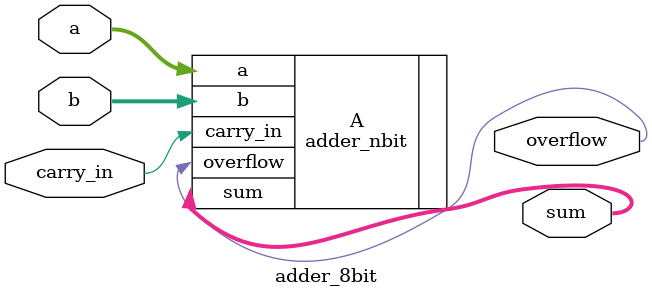
<source format=sv>

module adder_8bit
(
	input wire [7:0] a,
	input wire [7:0] b,
	input wire carry_in,
	output wire [7:0] sum,
	output wire overflow
);

	// STUDENT: Fill in the correct port map with parameter override syntax for using your n-bit ripple carry adder design to be an 8-bit ripple carry adder design
	adder_nbit #(.BIT_WIDTH(8)) A(.a(a), .b(b), .carry_in(carry_in), .sum(sum), .overflow(overflow));  
endmodule

</source>
